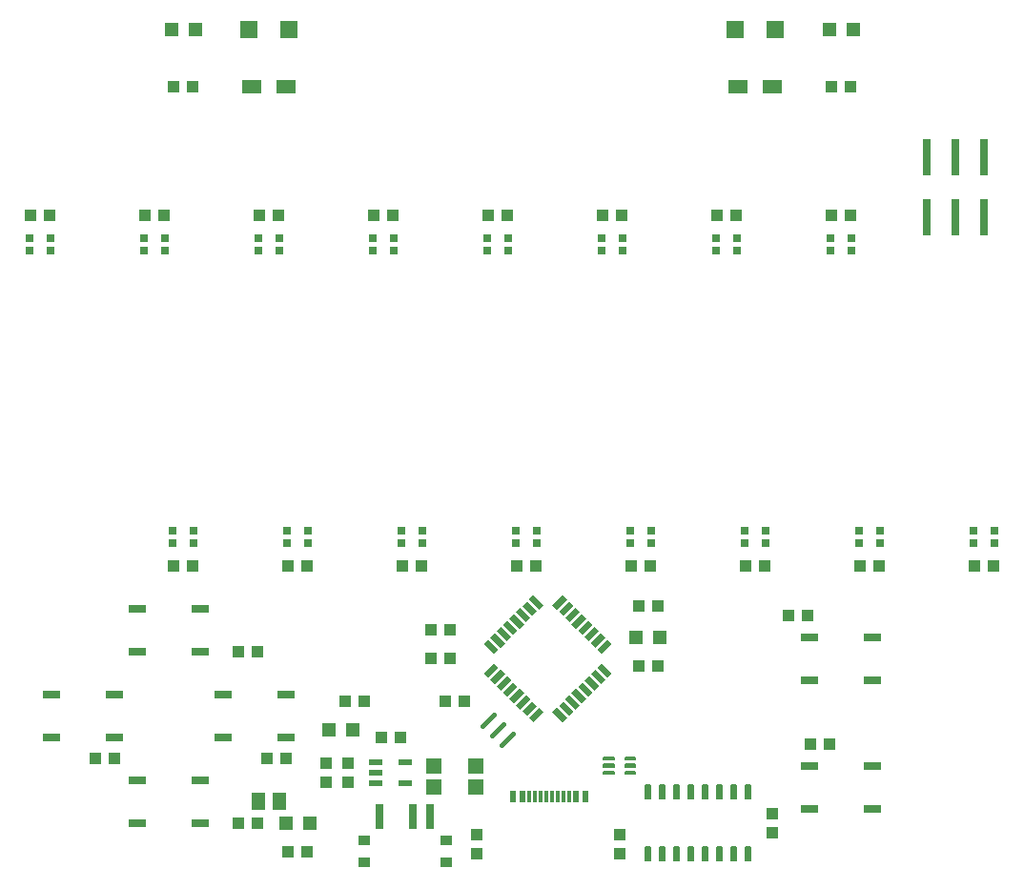
<source format=gbr>
G04 EAGLE Gerber RS-274X export*
G75*
%MOMM*%
%FSLAX34Y34*%
%LPD*%
%INSolderpaste Top*%
%IPPOS*%
%AMOC8*
5,1,8,0,0,1.08239X$1,22.5*%
G01*
%ADD10R,1.100000X1.000000*%
%ADD11R,1.075000X1.000000*%
%ADD12R,1.240000X1.500000*%
%ADD13R,1.200000X1.200000*%
%ADD14R,1.400000X1.400000*%
%ADD15C,0.450000*%
%ADD16R,1.000000X1.075000*%
%ADD17R,1.524000X0.762000*%
%ADD18R,1.270000X0.558800*%
%ADD19R,0.558800X1.270000*%
%ADD20R,0.700000X0.700000*%
%ADD21R,1.200000X0.550000*%
%ADD22R,0.762000X2.209800*%
%ADD23R,0.990600X0.812800*%
%ADD24C,0.155000*%
%ADD25C,0.195000*%
%ADD26R,1.500000X1.500000*%
%ADD27R,1.800000X1.200000*%
%ADD28R,1.000000X1.100000*%
%ADD29R,0.600000X1.140000*%
%ADD30R,0.300000X1.140000*%
%ADD31R,0.736600X3.251200*%


D10*
X573650Y237490D03*
X556650Y237490D03*
X389500Y215900D03*
X372500Y215900D03*
D11*
X296300Y152400D03*
X313300Y152400D03*
D12*
X219100Y63500D03*
X238100Y63500D03*
D10*
X385200Y152400D03*
X402200Y152400D03*
D13*
X281600Y127000D03*
X302600Y127000D03*
D14*
X375200Y95250D03*
X412200Y95250D03*
D13*
X243500Y44450D03*
X264500Y44450D03*
D15*
X418171Y130341D02*
X428459Y140629D01*
X436944Y132144D02*
X426656Y121856D01*
X435141Y113371D02*
X445429Y123659D01*
D11*
X245500Y19050D03*
X262500Y19050D03*
D16*
X279400Y97400D03*
X279400Y80400D03*
D10*
X389500Y190500D03*
X372500Y190500D03*
X556650Y184150D03*
X573650Y184150D03*
D16*
X298450Y80400D03*
X298450Y97400D03*
D17*
X764540Y171450D03*
X708660Y171450D03*
X764540Y209550D03*
X708660Y209550D03*
X764540Y57150D03*
X708660Y57150D03*
X764540Y95250D03*
X708660Y95250D03*
X111760Y234950D03*
X167640Y234950D03*
X111760Y196850D03*
X167640Y196850D03*
X111760Y82550D03*
X167640Y82550D03*
X111760Y44450D03*
X167640Y44450D03*
X35560Y158750D03*
X91440Y158750D03*
X35560Y120650D03*
X91440Y120650D03*
X187960Y158750D03*
X243840Y158750D03*
X187960Y120650D03*
X243840Y120650D03*
D18*
G36*
X432563Y182460D02*
X423584Y173481D01*
X419633Y177432D01*
X428612Y186411D01*
X432563Y182460D01*
G37*
G36*
X438220Y176803D02*
X429241Y167824D01*
X425290Y171775D01*
X434269Y180754D01*
X438220Y176803D01*
G37*
G36*
X443876Y171146D02*
X434897Y162167D01*
X430946Y166118D01*
X439925Y175097D01*
X443876Y171146D01*
G37*
G36*
X449533Y165489D02*
X440554Y156510D01*
X436603Y160461D01*
X445582Y169440D01*
X449533Y165489D01*
G37*
G36*
X455190Y159832D02*
X446211Y150853D01*
X442260Y154804D01*
X451239Y163783D01*
X455190Y159832D01*
G37*
G36*
X460847Y154175D02*
X451868Y145196D01*
X447917Y149147D01*
X456896Y158126D01*
X460847Y154175D01*
G37*
G36*
X466504Y148519D02*
X457525Y139540D01*
X453574Y143491D01*
X462553Y152470D01*
X466504Y148519D01*
G37*
G36*
X472161Y142862D02*
X463182Y133883D01*
X459231Y137834D01*
X468210Y146813D01*
X472161Y142862D01*
G37*
D19*
G36*
X493269Y137834D02*
X489318Y133883D01*
X480339Y142862D01*
X484290Y146813D01*
X493269Y137834D01*
G37*
G36*
X498926Y143491D02*
X494975Y139540D01*
X485996Y148519D01*
X489947Y152470D01*
X498926Y143491D01*
G37*
G36*
X504583Y149147D02*
X500632Y145196D01*
X491653Y154175D01*
X495604Y158126D01*
X504583Y149147D01*
G37*
G36*
X510240Y154804D02*
X506289Y150853D01*
X497310Y159832D01*
X501261Y163783D01*
X510240Y154804D01*
G37*
G36*
X515897Y160461D02*
X511946Y156510D01*
X502967Y165489D01*
X506918Y169440D01*
X515897Y160461D01*
G37*
G36*
X521554Y166118D02*
X517603Y162167D01*
X508624Y171146D01*
X512575Y175097D01*
X521554Y166118D01*
G37*
G36*
X527210Y171775D02*
X523259Y167824D01*
X514280Y176803D01*
X518231Y180754D01*
X527210Y171775D01*
G37*
G36*
X532867Y177432D02*
X528916Y173481D01*
X519937Y182460D01*
X523888Y186411D01*
X532867Y177432D01*
G37*
D18*
G36*
X532867Y203568D02*
X523888Y194589D01*
X519937Y198540D01*
X528916Y207519D01*
X532867Y203568D01*
G37*
G36*
X527210Y209225D02*
X518231Y200246D01*
X514280Y204197D01*
X523259Y213176D01*
X527210Y209225D01*
G37*
G36*
X521554Y214882D02*
X512575Y205903D01*
X508624Y209854D01*
X517603Y218833D01*
X521554Y214882D01*
G37*
G36*
X515897Y220539D02*
X506918Y211560D01*
X502967Y215511D01*
X511946Y224490D01*
X515897Y220539D01*
G37*
G36*
X510240Y226196D02*
X501261Y217217D01*
X497310Y221168D01*
X506289Y230147D01*
X510240Y226196D01*
G37*
G36*
X504583Y231853D02*
X495604Y222874D01*
X491653Y226825D01*
X500632Y235804D01*
X504583Y231853D01*
G37*
G36*
X498926Y237509D02*
X489947Y228530D01*
X485996Y232481D01*
X494975Y241460D01*
X498926Y237509D01*
G37*
G36*
X493269Y243166D02*
X484290Y234187D01*
X480339Y238138D01*
X489318Y247117D01*
X493269Y243166D01*
G37*
D19*
G36*
X472161Y238138D02*
X468210Y234187D01*
X459231Y243166D01*
X463182Y247117D01*
X472161Y238138D01*
G37*
G36*
X466504Y232481D02*
X462553Y228530D01*
X453574Y237509D01*
X457525Y241460D01*
X466504Y232481D01*
G37*
G36*
X460847Y226825D02*
X456896Y222874D01*
X447917Y231853D01*
X451868Y235804D01*
X460847Y226825D01*
G37*
G36*
X455190Y221168D02*
X451239Y217217D01*
X442260Y226196D01*
X446211Y230147D01*
X455190Y221168D01*
G37*
G36*
X449533Y215511D02*
X445582Y211560D01*
X436603Y220539D01*
X440554Y224490D01*
X449533Y215511D01*
G37*
G36*
X443876Y209854D02*
X439925Y205903D01*
X430946Y214882D01*
X434897Y218833D01*
X443876Y209854D01*
G37*
G36*
X438220Y204197D02*
X434269Y200246D01*
X425290Y209225D01*
X429241Y213176D01*
X438220Y204197D01*
G37*
G36*
X432563Y198540D02*
X428612Y194589D01*
X419633Y203568D01*
X423584Y207519D01*
X432563Y198540D01*
G37*
D20*
X321050Y564300D03*
X321050Y553300D03*
X339350Y553300D03*
X339350Y564300D03*
X422650Y564300D03*
X422650Y553300D03*
X440950Y553300D03*
X440950Y564300D03*
X524250Y564300D03*
X524250Y553300D03*
X542550Y553300D03*
X542550Y564300D03*
X625850Y564300D03*
X625850Y553300D03*
X644150Y553300D03*
X644150Y564300D03*
X727450Y564300D03*
X727450Y553300D03*
X745750Y553300D03*
X745750Y564300D03*
X872750Y292950D03*
X872750Y303950D03*
X854450Y303950D03*
X854450Y292950D03*
X771150Y292950D03*
X771150Y303950D03*
X752850Y303950D03*
X752850Y292950D03*
X669550Y292950D03*
X669550Y303950D03*
X651250Y303950D03*
X651250Y292950D03*
X567950Y292950D03*
X567950Y303950D03*
X549650Y303950D03*
X549650Y292950D03*
X466350Y292950D03*
X466350Y303950D03*
X448050Y303950D03*
X448050Y292950D03*
D21*
X323549Y98400D03*
X323549Y88900D03*
X323549Y79400D03*
X349551Y79400D03*
X349551Y98400D03*
D20*
X364750Y292950D03*
X364750Y303950D03*
X346450Y303950D03*
X346450Y292950D03*
X16250Y564300D03*
X16250Y553300D03*
X34550Y553300D03*
X34550Y564300D03*
X117850Y564300D03*
X117850Y553300D03*
X136150Y553300D03*
X136150Y564300D03*
D22*
X371750Y50057D03*
X356750Y50057D03*
X326750Y50057D03*
D23*
X312750Y9400D03*
X312750Y28700D03*
X385750Y9400D03*
X385750Y28700D03*
D24*
X651725Y66175D02*
X651725Y77725D01*
X656375Y77725D01*
X656375Y66175D01*
X651725Y66175D01*
X651725Y67647D02*
X656375Y67647D01*
X656375Y69119D02*
X651725Y69119D01*
X651725Y70591D02*
X656375Y70591D01*
X656375Y72063D02*
X651725Y72063D01*
X651725Y73535D02*
X656375Y73535D01*
X656375Y75007D02*
X651725Y75007D01*
X651725Y76479D02*
X656375Y76479D01*
X639025Y77725D02*
X639025Y66175D01*
X639025Y77725D02*
X643675Y77725D01*
X643675Y66175D01*
X639025Y66175D01*
X639025Y67647D02*
X643675Y67647D01*
X643675Y69119D02*
X639025Y69119D01*
X639025Y70591D02*
X643675Y70591D01*
X643675Y72063D02*
X639025Y72063D01*
X639025Y73535D02*
X643675Y73535D01*
X643675Y75007D02*
X639025Y75007D01*
X639025Y76479D02*
X643675Y76479D01*
X626325Y77725D02*
X626325Y66175D01*
X626325Y77725D02*
X630975Y77725D01*
X630975Y66175D01*
X626325Y66175D01*
X626325Y67647D02*
X630975Y67647D01*
X630975Y69119D02*
X626325Y69119D01*
X626325Y70591D02*
X630975Y70591D01*
X630975Y72063D02*
X626325Y72063D01*
X626325Y73535D02*
X630975Y73535D01*
X630975Y75007D02*
X626325Y75007D01*
X626325Y76479D02*
X630975Y76479D01*
X613625Y77725D02*
X613625Y66175D01*
X613625Y77725D02*
X618275Y77725D01*
X618275Y66175D01*
X613625Y66175D01*
X613625Y67647D02*
X618275Y67647D01*
X618275Y69119D02*
X613625Y69119D01*
X613625Y70591D02*
X618275Y70591D01*
X618275Y72063D02*
X613625Y72063D01*
X613625Y73535D02*
X618275Y73535D01*
X618275Y75007D02*
X613625Y75007D01*
X613625Y76479D02*
X618275Y76479D01*
X600925Y77725D02*
X600925Y66175D01*
X600925Y77725D02*
X605575Y77725D01*
X605575Y66175D01*
X600925Y66175D01*
X600925Y67647D02*
X605575Y67647D01*
X605575Y69119D02*
X600925Y69119D01*
X600925Y70591D02*
X605575Y70591D01*
X605575Y72063D02*
X600925Y72063D01*
X600925Y73535D02*
X605575Y73535D01*
X605575Y75007D02*
X600925Y75007D01*
X600925Y76479D02*
X605575Y76479D01*
X588225Y77725D02*
X588225Y66175D01*
X588225Y77725D02*
X592875Y77725D01*
X592875Y66175D01*
X588225Y66175D01*
X588225Y67647D02*
X592875Y67647D01*
X592875Y69119D02*
X588225Y69119D01*
X588225Y70591D02*
X592875Y70591D01*
X592875Y72063D02*
X588225Y72063D01*
X588225Y73535D02*
X592875Y73535D01*
X592875Y75007D02*
X588225Y75007D01*
X588225Y76479D02*
X592875Y76479D01*
X575525Y77725D02*
X575525Y66175D01*
X575525Y77725D02*
X580175Y77725D01*
X580175Y66175D01*
X575525Y66175D01*
X575525Y67647D02*
X580175Y67647D01*
X580175Y69119D02*
X575525Y69119D01*
X575525Y70591D02*
X580175Y70591D01*
X580175Y72063D02*
X575525Y72063D01*
X575525Y73535D02*
X580175Y73535D01*
X580175Y75007D02*
X575525Y75007D01*
X575525Y76479D02*
X580175Y76479D01*
X562825Y77725D02*
X562825Y66175D01*
X562825Y77725D02*
X567475Y77725D01*
X567475Y66175D01*
X562825Y66175D01*
X562825Y67647D02*
X567475Y67647D01*
X567475Y69119D02*
X562825Y69119D01*
X562825Y70591D02*
X567475Y70591D01*
X567475Y72063D02*
X562825Y72063D01*
X562825Y73535D02*
X567475Y73535D01*
X567475Y75007D02*
X562825Y75007D01*
X562825Y76479D02*
X567475Y76479D01*
X562825Y22725D02*
X562825Y11175D01*
X562825Y22725D02*
X567475Y22725D01*
X567475Y11175D01*
X562825Y11175D01*
X562825Y12647D02*
X567475Y12647D01*
X567475Y14119D02*
X562825Y14119D01*
X562825Y15591D02*
X567475Y15591D01*
X567475Y17063D02*
X562825Y17063D01*
X562825Y18535D02*
X567475Y18535D01*
X567475Y20007D02*
X562825Y20007D01*
X562825Y21479D02*
X567475Y21479D01*
X575525Y22725D02*
X575525Y11175D01*
X575525Y22725D02*
X580175Y22725D01*
X580175Y11175D01*
X575525Y11175D01*
X575525Y12647D02*
X580175Y12647D01*
X580175Y14119D02*
X575525Y14119D01*
X575525Y15591D02*
X580175Y15591D01*
X580175Y17063D02*
X575525Y17063D01*
X575525Y18535D02*
X580175Y18535D01*
X580175Y20007D02*
X575525Y20007D01*
X575525Y21479D02*
X580175Y21479D01*
X588225Y22725D02*
X588225Y11175D01*
X588225Y22725D02*
X592875Y22725D01*
X592875Y11175D01*
X588225Y11175D01*
X588225Y12647D02*
X592875Y12647D01*
X592875Y14119D02*
X588225Y14119D01*
X588225Y15591D02*
X592875Y15591D01*
X592875Y17063D02*
X588225Y17063D01*
X588225Y18535D02*
X592875Y18535D01*
X592875Y20007D02*
X588225Y20007D01*
X588225Y21479D02*
X592875Y21479D01*
X600925Y22725D02*
X600925Y11175D01*
X600925Y22725D02*
X605575Y22725D01*
X605575Y11175D01*
X600925Y11175D01*
X600925Y12647D02*
X605575Y12647D01*
X605575Y14119D02*
X600925Y14119D01*
X600925Y15591D02*
X605575Y15591D01*
X605575Y17063D02*
X600925Y17063D01*
X600925Y18535D02*
X605575Y18535D01*
X605575Y20007D02*
X600925Y20007D01*
X600925Y21479D02*
X605575Y21479D01*
X613625Y22725D02*
X613625Y11175D01*
X613625Y22725D02*
X618275Y22725D01*
X618275Y11175D01*
X613625Y11175D01*
X613625Y12647D02*
X618275Y12647D01*
X618275Y14119D02*
X613625Y14119D01*
X613625Y15591D02*
X618275Y15591D01*
X618275Y17063D02*
X613625Y17063D01*
X613625Y18535D02*
X618275Y18535D01*
X618275Y20007D02*
X613625Y20007D01*
X613625Y21479D02*
X618275Y21479D01*
X626325Y22725D02*
X626325Y11175D01*
X626325Y22725D02*
X630975Y22725D01*
X630975Y11175D01*
X626325Y11175D01*
X626325Y12647D02*
X630975Y12647D01*
X630975Y14119D02*
X626325Y14119D01*
X626325Y15591D02*
X630975Y15591D01*
X630975Y17063D02*
X626325Y17063D01*
X626325Y18535D02*
X630975Y18535D01*
X630975Y20007D02*
X626325Y20007D01*
X626325Y21479D02*
X630975Y21479D01*
X639025Y22725D02*
X639025Y11175D01*
X639025Y22725D02*
X643675Y22725D01*
X643675Y11175D01*
X639025Y11175D01*
X639025Y12647D02*
X643675Y12647D01*
X643675Y14119D02*
X639025Y14119D01*
X639025Y15591D02*
X643675Y15591D01*
X643675Y17063D02*
X639025Y17063D01*
X639025Y18535D02*
X643675Y18535D01*
X643675Y20007D02*
X639025Y20007D01*
X639025Y21479D02*
X643675Y21479D01*
X651725Y22725D02*
X651725Y11175D01*
X651725Y22725D02*
X656375Y22725D01*
X656375Y11175D01*
X651725Y11175D01*
X651725Y12647D02*
X656375Y12647D01*
X656375Y14119D02*
X651725Y14119D01*
X651725Y15591D02*
X656375Y15591D01*
X656375Y17063D02*
X651725Y17063D01*
X651725Y18535D02*
X656375Y18535D01*
X656375Y20007D02*
X651725Y20007D01*
X651725Y21479D02*
X656375Y21479D01*
D25*
X553425Y89725D02*
X544775Y89725D01*
X553425Y89725D02*
X553425Y87775D01*
X544775Y87775D01*
X544775Y89725D01*
X544775Y89627D02*
X553425Y89627D01*
X553425Y96225D02*
X544775Y96225D01*
X553425Y96225D02*
X553425Y94275D01*
X544775Y94275D01*
X544775Y96225D01*
X544775Y96127D02*
X553425Y96127D01*
X553425Y102725D02*
X544775Y102725D01*
X553425Y102725D02*
X553425Y100775D01*
X544775Y100775D01*
X544775Y102725D01*
X544775Y102627D02*
X553425Y102627D01*
X534725Y102725D02*
X526075Y102725D01*
X534725Y102725D02*
X534725Y100775D01*
X526075Y100775D01*
X526075Y102725D01*
X526075Y102627D02*
X534725Y102627D01*
X534725Y96225D02*
X526075Y96225D01*
X534725Y96225D02*
X534725Y94275D01*
X526075Y94275D01*
X526075Y96225D01*
X526075Y96127D02*
X534725Y96127D01*
X534725Y89725D02*
X526075Y89725D01*
X534725Y89725D02*
X534725Y87775D01*
X526075Y87775D01*
X526075Y89725D01*
X526075Y89627D02*
X534725Y89627D01*
D20*
X219450Y564300D03*
X219450Y553300D03*
X237750Y553300D03*
X237750Y564300D03*
X263150Y292950D03*
X263150Y303950D03*
X244850Y303950D03*
X244850Y292950D03*
X161550Y292950D03*
X161550Y303950D03*
X143250Y303950D03*
X143250Y292950D03*
D13*
X575650Y209550D03*
X554650Y209550D03*
D10*
X33900Y584200D03*
X16900Y584200D03*
X135500Y584200D03*
X118500Y584200D03*
X237100Y584200D03*
X220100Y584200D03*
X338700Y584200D03*
X321700Y584200D03*
X440300Y584200D03*
X423300Y584200D03*
X541900Y584200D03*
X524900Y584200D03*
X643500Y584200D03*
X626500Y584200D03*
X745100Y584200D03*
X728100Y584200D03*
X855100Y273050D03*
X872100Y273050D03*
X753500Y273050D03*
X770500Y273050D03*
X651900Y273050D03*
X668900Y273050D03*
X550300Y273050D03*
X567300Y273050D03*
X448700Y273050D03*
X465700Y273050D03*
X347100Y273050D03*
X364100Y273050D03*
X245500Y273050D03*
X262500Y273050D03*
X143900Y273050D03*
X160900Y273050D03*
D14*
X375200Y76200D03*
X412200Y76200D03*
D26*
X677900Y749300D03*
X642900Y749300D03*
X246100Y749300D03*
X211100Y749300D03*
D27*
X213610Y698500D03*
X243590Y698500D03*
X645410Y698500D03*
X675390Y698500D03*
D13*
X162900Y749300D03*
X141900Y749300D03*
D11*
X160900Y698500D03*
X143900Y698500D03*
D13*
X747100Y749300D03*
X726100Y749300D03*
D11*
X745100Y698500D03*
X728100Y698500D03*
D28*
X675640Y52950D03*
X675640Y35950D03*
D11*
X328050Y120650D03*
X345050Y120650D03*
D29*
X445520Y67820D03*
X453520Y67820D03*
D30*
X475020Y67820D03*
X470020Y67820D03*
X465020Y67820D03*
X460020Y67820D03*
X480020Y67820D03*
X485020Y67820D03*
X490020Y67820D03*
X495020Y67820D03*
D29*
X501520Y67820D03*
X509520Y67820D03*
D16*
X412750Y33900D03*
X412750Y16900D03*
X539750Y33900D03*
X539750Y16900D03*
D10*
X91050Y101600D03*
X74050Y101600D03*
X201050Y44450D03*
X218050Y44450D03*
X201050Y196850D03*
X218050Y196850D03*
X243450Y101600D03*
X226450Y101600D03*
X707000Y228600D03*
X690000Y228600D03*
X709050Y114300D03*
X726050Y114300D03*
D31*
X863600Y582930D03*
X863600Y636270D03*
X838200Y582930D03*
X838200Y636270D03*
X812800Y582930D03*
X812800Y636270D03*
M02*

</source>
